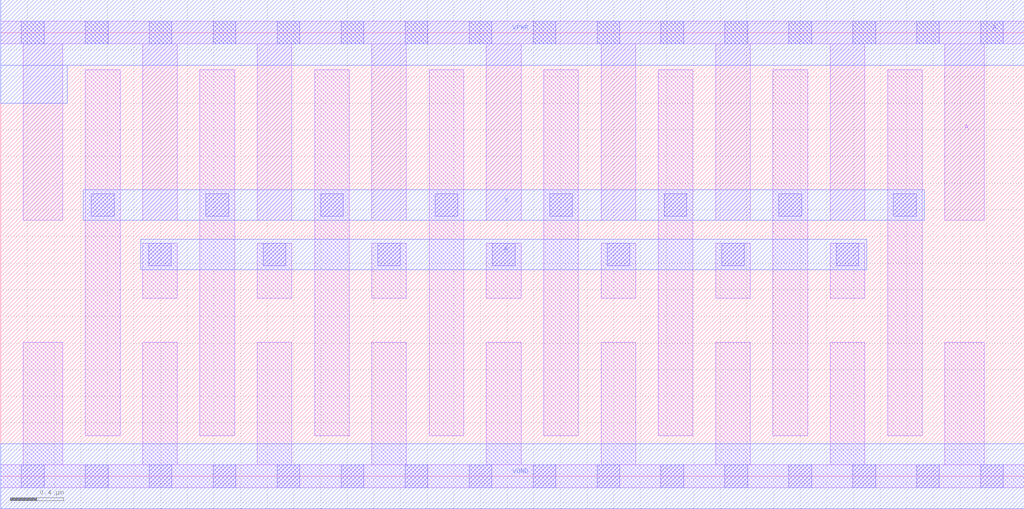
<source format=lef>
# Copyright 2020 The SkyWater PDK Authors
#
# Licensed under the Apache License, Version 2.0 (the "License");
# you may not use this file except in compliance with the License.
# You may obtain a copy of the License at
#
#     https://www.apache.org/licenses/LICENSE-2.0
#
# Unless required by applicable law or agreed to in writing, software
# distributed under the License is distributed on an "AS IS" BASIS,
# WITHOUT WARRANTIES OR CONDITIONS OF ANY KIND, either express or implied.
# See the License for the specific language governing permissions and
# limitations under the License.
#
# SPDX-License-Identifier: Apache-2.0

VERSION 5.7 ;
  NAMESCASESENSITIVE ON ;
  NOWIREEXTENSIONATPIN ON ;
  DIVIDERCHAR "/" ;
  BUSBITCHARS "[]" ;
UNITS
  DATABASE MICRONS 200 ;
END UNITS
MACRO sky130_fd_sc_lp__inv_16
  CLASS CORE ;
  SOURCE USER ;
  FOREIGN sky130_fd_sc_lp__inv_16 ;
  ORIGIN  0.000000  0.000000 ;
  SIZE  7.680000 BY  3.330000 ;
  SYMMETRY X Y R90 ;
  SITE unit ;
  PIN A
    ANTENNAGATEAREA  5.040000 ;
    DIRECTION INPUT ;
    USE SIGNAL ;
    PORT
      LAYER li1 ;
        RECT 0.000000 3.245000 7.680000 3.415000 ;
        RECT 0.170000 1.920000 0.465000 3.245000 ;
        RECT 1.065000 1.920000 1.325000 3.245000 ;
        RECT 1.925000 1.920000 2.185000 3.245000 ;
        RECT 2.785000 1.920000 3.045000 3.245000 ;
        RECT 3.645000 1.920000 3.905000 3.245000 ;
        RECT 4.505000 1.920000 4.765000 3.245000 ;
        RECT 5.365000 1.920000 5.625000 3.245000 ;
        RECT 6.225000 1.920000 6.485000 3.245000 ;
        RECT 7.085000 1.920000 7.380000 3.245000 ;
      LAYER mcon ;
        RECT 0.155000 3.245000 0.325000 3.415000 ;
        RECT 0.635000 3.245000 0.805000 3.415000 ;
        RECT 1.115000 3.245000 1.285000 3.415000 ;
        RECT 1.595000 3.245000 1.765000 3.415000 ;
        RECT 2.075000 3.245000 2.245000 3.415000 ;
        RECT 2.555000 3.245000 2.725000 3.415000 ;
        RECT 3.035000 3.245000 3.205000 3.415000 ;
        RECT 3.515000 3.245000 3.685000 3.415000 ;
        RECT 3.995000 3.245000 4.165000 3.415000 ;
        RECT 4.475000 3.245000 4.645000 3.415000 ;
        RECT 4.955000 3.245000 5.125000 3.415000 ;
        RECT 5.435000 3.245000 5.605000 3.415000 ;
        RECT 5.915000 3.245000 6.085000 3.415000 ;
        RECT 6.395000 3.245000 6.565000 3.415000 ;
        RECT 6.875000 3.245000 7.045000 3.415000 ;
        RECT 7.355000 3.245000 7.525000 3.415000 ;
    END
    PORT
      LAYER met1 ;
        RECT 1.050000 1.550000 6.500000 1.780000 ;
    END
  END A
  PIN Y
    ANTENNADIFFAREA  4.704000 ;
    DIRECTION OUTPUT ;
    USE SIGNAL ;
    PORT
      LAYER met1 ;
        RECT 0.620000 1.920000 6.930000 2.150000 ;
    END
  END Y
  PIN VGND
    DIRECTION INOUT ;
    USE GROUND ;
    PORT
      LAYER met1 ;
        RECT 0.000000 -0.245000 7.680000 0.245000 ;
    END
  END VGND
  PIN VPWR
    DIRECTION INOUT ;
    USE POWER ;
    PORT
      LAYER met1 ;
        RECT 0.000000 2.800000 0.500000 3.085000 ;
        RECT 0.000000 3.085000 7.680000 3.575000 ;
    END
  END VPWR
  OBS
    LAYER li1 ;
      RECT 0.000000 -0.085000 7.680000 0.085000 ;
      RECT 0.170000  0.085000 0.465000 1.005000 ;
      RECT 0.635000  0.305000 0.895000 3.050000 ;
      RECT 1.065000  0.085000 1.325000 1.005000 ;
      RECT 1.065000  1.335000 1.325000 1.750000 ;
      RECT 1.495000  0.305000 1.755000 3.050000 ;
      RECT 1.925000  0.085000 2.185000 1.005000 ;
      RECT 1.925000  1.335000 2.185000 1.750000 ;
      RECT 2.355000  0.305000 2.615000 3.050000 ;
      RECT 2.785000  0.085000 3.045000 1.005000 ;
      RECT 2.785000  1.335000 3.045000 1.750000 ;
      RECT 3.215000  0.305000 3.475000 3.050000 ;
      RECT 3.645000  0.085000 3.905000 1.005000 ;
      RECT 3.645000  1.335000 3.905000 1.750000 ;
      RECT 4.075000  0.305000 4.335000 3.050000 ;
      RECT 4.505000  0.085000 4.765000 1.005000 ;
      RECT 4.505000  1.335000 4.765000 1.750000 ;
      RECT 4.935000  0.305000 5.195000 3.050000 ;
      RECT 5.365000  0.085000 5.625000 1.005000 ;
      RECT 5.365000  1.335000 5.625000 1.750000 ;
      RECT 5.795000  0.305000 6.055000 3.050000 ;
      RECT 6.225000  0.085000 6.485000 1.005000 ;
      RECT 6.225000  1.335000 6.485000 1.750000 ;
      RECT 6.655000  0.305000 6.915000 3.050000 ;
      RECT 7.085000  0.085000 7.380000 1.005000 ;
    LAYER mcon ;
      RECT 0.155000 -0.085000 0.325000 0.085000 ;
      RECT 0.635000 -0.085000 0.805000 0.085000 ;
      RECT 0.680000  1.950000 0.850000 2.120000 ;
      RECT 1.110000  1.580000 1.280000 1.750000 ;
      RECT 1.115000 -0.085000 1.285000 0.085000 ;
      RECT 1.540000  1.950000 1.710000 2.120000 ;
      RECT 1.595000 -0.085000 1.765000 0.085000 ;
      RECT 1.970000  1.580000 2.140000 1.750000 ;
      RECT 2.075000 -0.085000 2.245000 0.085000 ;
      RECT 2.400000  1.950000 2.570000 2.120000 ;
      RECT 2.555000 -0.085000 2.725000 0.085000 ;
      RECT 2.830000  1.580000 3.000000 1.750000 ;
      RECT 3.035000 -0.085000 3.205000 0.085000 ;
      RECT 3.260000  1.950000 3.430000 2.120000 ;
      RECT 3.515000 -0.085000 3.685000 0.085000 ;
      RECT 3.690000  1.580000 3.860000 1.750000 ;
      RECT 3.995000 -0.085000 4.165000 0.085000 ;
      RECT 4.120000  1.950000 4.290000 2.120000 ;
      RECT 4.475000 -0.085000 4.645000 0.085000 ;
      RECT 4.550000  1.580000 4.720000 1.750000 ;
      RECT 4.955000 -0.085000 5.125000 0.085000 ;
      RECT 4.980000  1.950000 5.150000 2.120000 ;
      RECT 5.410000  1.580000 5.580000 1.750000 ;
      RECT 5.435000 -0.085000 5.605000 0.085000 ;
      RECT 5.840000  1.950000 6.010000 2.120000 ;
      RECT 5.915000 -0.085000 6.085000 0.085000 ;
      RECT 6.270000  1.580000 6.440000 1.750000 ;
      RECT 6.395000 -0.085000 6.565000 0.085000 ;
      RECT 6.700000  1.950000 6.870000 2.120000 ;
      RECT 6.875000 -0.085000 7.045000 0.085000 ;
      RECT 7.355000 -0.085000 7.525000 0.085000 ;
  END
END sky130_fd_sc_lp__inv_16

</source>
